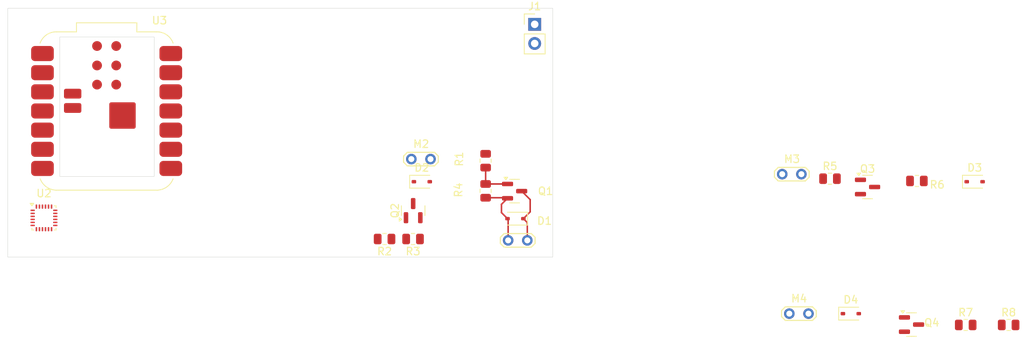
<source format=kicad_pcb>
(kicad_pcb (version 20241229) (generator "pcbnew") (generator_version "9.0")
  (layers (0 "F.Cu" signal) (2 "B.Cu" signal) (13 "F.Paste" user) (15 "B.Paste" user) (5 "F.SilkS" user "F.Silkscreen") (7 "B.SilkS" user "B.Silkscreen") (1 "F.Mask" user) (3 "B.Mask" user) (25 "Edge.Cuts" user))
  (net 0 "")
  (net 1 "GND")
  (net 2 "VCC")
  (net 3 "Net-(Q1-G)")
  (net 5 "Net-(Q2-G)")
  (net 6 "Net-(Q3-G)")
  (net 7 "Net-(Q4-G)")
  (footprint "Diode_SMD:D_SOD-323" (layer "F.Cu") (at 127.15 71.4 180)
    (property "Reference" "D1" (at -3.85 -0.3 0) (layer "F.SilkS"))
    (property "Value" "1N5819WS")
    (fp_line (start -1.61 0.85) (end 1.05 0.85) (stroke (width 0.12)) (layer "F.SilkS"))
    (fp_line (start -1.61 -0.85) (end 1.05 -0.85) (stroke (width 0.12)) (layer "F.SilkS"))
    (fp_line (start -1.61 -0.85) (end -1.61 0.85) (stroke (width 0.12)) (layer "F.SilkS"))
    (pad "1" smd roundrect (at -1.05 0 180) (size 0.6 0.45) (layers "F.Cu" "F.Mask" "F.Paste") (net 2 "VCC"))
    (pad "2" smd roundrect (at 1.05 0 180) (size 0.6 0.45) (layers "F.Cu" "F.Mask" "F.Paste") (net 1 "GND"))
  )
  (footprint "RF_Module:MCU_Seeed_ESP32C3" (layer "F.Cu") (at 73 57.12)
    (property "Reference" "U3" (at 7 -12 0) (layer "F.SilkS"))
    (property "Value" "MOUDLE-SEEEDUINO-XIAO-ESP32C3")
    (fp_line (start -6.7 10.5) (end 6.7 10.5) (stroke (width 0.12)) (layer "F.SilkS"))
    (fp_line (start -4 -11.7) (end 4 -11.7) (stroke (width 0.12)) (layer "F.SilkS"))
    (fp_line (start -4 -10.5) (end -6.6 -10.5) (stroke (width 0.12)) (layer "F.SilkS"))
    (fp_line (start -4 -10.5) (end -4 -11.7) (stroke (width 0.12)) (layer "F.SilkS"))
    (fp_line (start 4 -11.7) (end 4 -10.5) (stroke (width 0.12)) (layer "F.SilkS"))
    (fp_line (start 6.6 -10.5) (end 4 -10.5) (stroke (width 0.12)) (layer "F.SilkS"))
    (fp_arc (start -8.812892 -9.00468) (mid -7.949609 -10.111769) (end -6.600468 -10.499999) (stroke (width 0.12)) (layer "F.SilkS"))
    (fp_arc (start -6.7 10.5) (mid -7.977232 10.068125) (end -8.8 9) (stroke (width 0.12)) (layer "F.SilkS"))
    (fp_arc (start 6.6 -10.499999) (mid 7.944325 -10.107116) (end 8.804034 -9.001464) (stroke (width 0.12)) (layer "F.SilkS"))
    (fp_arc (start 8.8 9) (mid 7.977232 10.068125) (end 6.7 10.5) (stroke (width 0.12)) (layer "F.SilkS"))
    (pad "1" smd roundrect (at -8.5 -7.62) (size 3 2) (layers "F.Cu" "F.Mask" "F.Paste"))
    (pad "2" smd roundrect (at -8.5 -5.08) (size 3 2) (layers "F.Cu" "F.Mask" "F.Paste"))
    (pad "3" smd roundrect (at -8.5 -2.54) (size 3 2) (layers "F.Cu" "F.Mask" "F.Paste"))
    (pad "4" smd roundrect (at -8.5 0) (size 3 2) (layers "F.Cu" "F.Mask" "F.Paste"))
    (pad "5" smd roundrect (at -8.5 2.54) (size 3 2) (layers "F.Cu" "F.Mask" "F.Paste"))
    (pad "6" smd roundrect (at -8.5 5.08) (size 3 2) (layers "F.Cu" "F.Mask" "F.Paste"))
    (pad "7" smd roundrect (at -8.5 7.62) (size 3 2) (layers "F.Cu" "F.Mask" "F.Paste"))
    (pad "8" smd roundrect (at 8.5 7.62) (size 3 2) (layers "F.Cu" "F.Mask" "F.Paste"))
    (pad "9" smd roundrect (at 8.5 5.08) (size 3 2) (layers "F.Cu" "F.Mask" "F.Paste"))
    (pad "10" smd roundrect (at 8.5 2.54) (size 3 2) (layers "F.Cu" "F.Mask" "F.Paste"))
    (pad "11" smd roundrect (at 8.5 0) (size 3 2) (layers "F.Cu" "F.Mask" "F.Paste"))
    (pad "12" smd roundrect (at 8.5 -2.54) (size 3 2) (layers "F.Cu" "F.Mask" "F.Paste"))
    (pad "13" smd roundrect (at 8.5 -5.08) (size 3 2) (layers "F.Cu" "F.Mask" "F.Paste"))
    (pad "14" smd roundrect (at 8.5 -7.62) (size 3 2) (layers "F.Cu" "F.Mask" "F.Paste"))
    (pad "15" smd roundrect (at 2.1 0.6) (size 3.5 3.5) (property pad_prop_heatsink) (layers "F.Cu" "F.Mask") (roundrect_rratio 0.07142857143))
    (pad "16" smd roundrect (at -4.5 -0.4) (size 2.3 1.3) (layers "F.Cu" "F.Mask" "F.Paste") (roundrect_rratio 0.1923076923))
    (pad "17" smd roundrect (at -4.5 -2.3) (size 2.3 1.3) (layers "F.Cu" "F.Mask" "F.Paste") (roundrect_rratio 0.1923076923))
    (pad "18" smd circle (at -1.27 -8.62) (size 1.3 1.3) (layers "F.Cu" "F.Mask" "F.Paste"))
    (pad "19" smd circle (at -1.27 -6.04) (size 1.3 1.3) (layers "F.Cu" "F.Mask" "F.Paste"))
    (pad "20" smd circle (at -1.27 -3.5) (size 1.3 1.3) (layers "F.Cu" "F.Mask" "F.Paste"))
    (pad "21" smd circle (at 1.27 -3.5) (size 1.3 1.3) (layers "F.Cu" "F.Mask" "F.Paste"))
    (pad "22" smd circle (at 1.27 -6.04) (size 1.3 1.3) (layers "F.Cu" "F.Mask" "F.Paste"))
    (pad "23" smd circle (at 1.27 -8.62) (size 1.3 1.3) (layers "F.Cu" "F.Mask" "F.Paste"))
  )
  (footprint "Connector_PinHeader_2.54mm:PinHeader_1x02_P2.54mm_Vertical" (layer "F.Cu") (at 129.7 45.625)
    (property "Reference" "J1" (at 0 -2.38 0) (layer "F.SilkS"))
    (property "Value" "Conn_01x02_Pin")
    (fp_line (start -1.38 -1.38) (end 0 -1.38) (stroke (width 0.12)) (layer "F.SilkS"))
    (fp_line (start -1.38 0) (end -1.38 -1.38) (stroke (width 0.12)) (layer "F.SilkS"))
    (fp_line (start -1.38 1.27) (end -1.38 3.92) (stroke (width 0.12)) (layer "F.SilkS"))
    (fp_line (start -1.38 1.27) (end 1.38 1.27) (stroke (width 0.12)) (layer "F.SilkS"))
    (fp_line (start -1.38 3.92) (end 1.38 3.92) (stroke (width 0.12)) (layer "F.SilkS"))
    (fp_line (start 1.38 1.27) (end 1.38 3.92) (stroke (width 0.12)) (layer "F.SilkS"))
    (pad "1" thru_hole rect (at 0 0) (size 1.7 1.7) (drill 1) (layers "*.Cu" "*.Mask"))
    (pad "2" thru_hole circle (at 0 2.54) (size 1.7 1.7) (drill 1) (layers "*.Cu" "*.Mask"))
  )
  (footprint "Resistor_SMD:R_0805_2012Metric" (layer "F.Cu") (at 180.325 66.4)
    (property "Reference" "R6" (at 2.6875 0.5 0) (layer "F.SilkS"))
    (property "Value" "100K")
    (fp_line (start -0.227064 -0.735) (end 0.227064 -0.735) (stroke (width 0.12)) (layer "F.SilkS"))
    (fp_line (start -0.227064 0.735) (end 0.227064 0.735) (stroke (width 0.12)) (layer "F.SilkS"))
    (pad "1" smd roundrect (at -0.9125 0) (size 1.025 1.4) (layers "F.Cu" "F.Mask" "F.Paste") (roundrect_rratio 0.243902) (net 1 "GND"))
    (pad "2" smd roundrect (at 0.9125 0) (size 1.025 1.4) (layers "F.Cu" "F.Mask" "F.Paste") (roundrect_rratio 0.243902) (net 6 "Net-(Q3-G)"))
  )
  (footprint "Package_TO_SOT_SMD:SOT-23" (layer "F.Cu") (at 179.6125 85.45)
    (property "Reference" "Q4" (at 2.6875 -0.25 0) (layer "F.SilkS"))
    (property "Value" "AO3400A")
    (fp_line (start 0 -1.56) (end -0.65 -1.56) (stroke (width 0.12)) (layer "F.SilkS"))
    (fp_line (start 0 -1.56) (end 0.65 -1.56) (stroke (width 0.12)) (layer "F.SilkS"))
    (fp_line (start 0 1.56) (end -0.65 1.56) (stroke (width 0.12)) (layer "F.SilkS"))
    (fp_line (start 0 1.56) (end 0.65 1.56) (stroke (width 0.12)) (layer "F.SilkS"))
    (fp_poly (pts (xy -1.1625 -1.51) (xy -1.4025 -1.84) (xy -0.9225 -1.84)) (stroke (width 0.12)) (fill yes) (layer "F.SilkS"))
    (pad "1" smd roundrect (at -0.9375 -0.95) (size 1.475 0.6) (layers "F.Cu" "F.Mask" "F.Paste") (net 7 "Net-(Q4-G)"))
    (pad "2" smd roundrect (at -0.9375 0.95) (size 1.475 0.6) (layers "F.Cu" "F.Mask" "F.Paste") (net 1 "GND"))
    (pad "3" smd roundrect (at 0.9375 0) (size 1.475 0.6) (layers "F.Cu" "F.Mask" "F.Paste") (net 2 "VCC"))
  )
  (footprint "Resistor_SMD:R_0805_2012Metric" (layer "F.Cu") (at 168.8125 66.1)
    (property "Reference" "R5" (at 0 -1.65 0) (layer "F.SilkS"))
    (property "Value" "47")
    (fp_line (start -0.227064 -0.735) (end 0.227064 -0.735) (stroke (width 0.12)) (layer "F.SilkS"))
    (fp_line (start -0.227064 0.735) (end 0.227064 0.735) (stroke (width 0.12)) (layer "F.SilkS"))
    (pad "1" smd roundrect (at -0.9125 0) (size 1.025 1.4) (layers "F.Cu" "F.Mask" "F.Paste") (roundrect_rratio 0.243902) (net 6 "Net-(Q3-G)"))
    (pad "2" smd roundrect (at 0.9125 0) (size 1.025 1.4) (layers "F.Cu" "F.Mask" "F.Paste") (roundrect_rratio 0.243902))
  )
  (footprint "TestPoint:TestPoint_2Pads_Pitch2.54mm_Drill0.8mm" (layer "F.Cu") (at 163.425 84)
    (property "Reference" "M4" (at 1.3 -2 0) (layer "F.SilkS"))
    (property "Value" "Motor_DC")
    (fp_line (start -1.03 -0.4) (end -0.53 -0.9) (stroke (width 0.15)) (layer "F.SilkS"))
    (fp_line (start -1.03 0.4) (end -1.03 -0.4) (stroke (width 0.15)) (layer "F.SilkS"))
    (fp_line (start -0.53 -0.9) (end 3.07 -0.9) (stroke (width 0.15)) (layer "F.SilkS"))
    (fp_line (start -0.53 0.9) (end -1.03 0.4) (stroke (width 0.15)) (layer "F.SilkS"))
    (fp_line (start 3.07 -0.9) (end 3.57 -0.4) (stroke (width 0.15)) (layer "F.SilkS"))
    (fp_line (start 3.07 0.9) (end -0.53 0.9) (stroke (width 0.15)) (layer "F.SilkS"))
    (fp_line (start 3.57 -0.4) (end 3.57 0.4) (stroke (width 0.15)) (layer "F.SilkS"))
    (fp_line (start 3.57 0.4) (end 3.07 0.9) (stroke (width 0.15)) (layer "F.SilkS"))
    (pad "1" thru_hole circle (at 0 0) (size 1.4 1.4) (drill 0.8) (layers "*.Cu" "*.Mask") (net 2 "VCC"))
    (pad "2" thru_hole circle (at 2.54 0) (size 1.4 1.4) (drill 0.8) (layers "*.Cu" "*.Mask") (net 1 "GND"))
  )
  (footprint "TestPoint:TestPoint_2Pads_Pitch2.54mm_Drill0.8mm" (layer "F.Cu") (at 162.485 65.5)
    (property "Reference" "M3" (at 1.3 -2 0) (layer "F.SilkS"))
    (property "Value" "Motor_DC")
    (fp_line (start -1.03 -0.4) (end -0.53 -0.9) (stroke (width 0.15)) (layer "F.SilkS"))
    (fp_line (start -1.03 0.4) (end -1.03 -0.4) (stroke (width 0.15)) (layer "F.SilkS"))
    (fp_line (start -0.53 -0.9) (end 3.07 -0.9) (stroke (width 0.15)) (layer "F.SilkS"))
    (fp_line (start -0.53 0.9) (end -1.03 0.4) (stroke (width 0.15)) (layer "F.SilkS"))
    (fp_line (start 3.07 -0.9) (end 3.57 -0.4) (stroke (width 0.15)) (layer "F.SilkS"))
    (fp_line (start 3.07 0.9) (end -0.53 0.9) (stroke (width 0.15)) (layer "F.SilkS"))
    (fp_line (start 3.57 -0.4) (end 3.57 0.4) (stroke (width 0.15)) (layer "F.SilkS"))
    (fp_line (start 3.57 0.4) (end 3.07 0.9) (stroke (width 0.15)) (layer "F.SilkS"))
    (pad "1" thru_hole circle (at 0 0) (size 1.4 1.4) (drill 0.8) (layers "*.Cu" "*.Mask") (net 2 "VCC"))
    (pad "2" thru_hole circle (at 2.54 0) (size 1.4 1.4) (drill 0.8) (layers "*.Cu" "*.Mask") (net 1 "GND"))
  )
  (footprint "Package_TO_SOT_SMD:SOT-23" (layer "F.Cu") (at 127.0375 67.75)
    (property "Reference" "Q1" (at 4.1 0 0) (layer "F.SilkS"))
    (property "Value" "AO3400A")
    (fp_line (start 0 -1.56) (end -0.65 -1.56) (stroke (width 0.12)) (layer "F.SilkS"))
    (fp_line (start 0 -1.56) (end 0.65 -1.56) (stroke (width 0.12)) (layer "F.SilkS"))
    (fp_line (start 0 1.56) (end -0.65 1.56) (stroke (width 0.12)) (layer "F.SilkS"))
    (fp_line (start 0 1.56) (end 0.65 1.56) (stroke (width 0.12)) (layer "F.SilkS"))
    (fp_poly (pts (xy -1.1625 -1.51) (xy -1.4025 -1.84) (xy -0.9225 -1.84)) (stroke (width 0.12)) (fill yes) (layer "F.SilkS"))
    (pad "1" smd roundrect (at -0.9375 -0.95) (size 1.475 0.6) (layers "F.Cu" "F.Mask" "F.Paste") (net 3 "Net-(Q1-G)"))
    (pad "2" smd roundrect (at -0.9375 0.95) (size 1.475 0.6) (layers "F.Cu" "F.Mask" "F.Paste") (net 1 "GND"))
    (pad "3" smd roundrect (at 0.9375 0) (size 1.475 0.6) (layers "F.Cu" "F.Mask" "F.Paste") (net 2 "VCC"))
  )
  (footprint "Resistor_SMD:R_0805_2012Metric" (layer "F.Cu") (at 123.2 67.7125 90)
    (property "Reference" "R4" (at 0.1125 -3.6 90) (layer "F.SilkS"))
    (property "Value" "100K")
    (fp_line (start -0.227064 -0.735) (end 0.227064 -0.735) (stroke (width 0.12)) (layer "F.SilkS"))
    (fp_line (start -0.227064 0.735) (end 0.227064 0.735) (stroke (width 0.12)) (layer "F.SilkS"))
    (pad "1" smd roundrect (at -0.9125 0 90) (size 1.025 1.4) (layers "F.Cu" "F.Mask" "F.Paste") (roundrect_rratio 0.243902) (net 1 "GND"))
    (pad "2" smd roundrect (at 0.9125 0 90) (size 1.025 1.4) (layers "F.Cu" "F.Mask" "F.Paste") (roundrect_rratio 0.243902) (net 3 "Net-(Q1-G)"))
  )
  (footprint "TestPoint:TestPoint_2Pads_Pitch2.54mm_Drill0.8mm" (layer "F.Cu") (at 113.36 63.5)
    (property "Reference" "M2" (at 1.3 -2 0) (layer "F.SilkS"))
    (property "Value" "Motor_DC")
    (fp_line (start -1.03 -0.4) (end -0.53 -0.9) (stroke (width 0.15)) (layer "F.SilkS"))
    (fp_line (start -1.03 0.4) (end -1.03 -0.4) (stroke (width 0.15)) (layer "F.SilkS"))
    (fp_line (start -0.53 -0.9) (end 3.07 -0.9) (stroke (width 0.15)) (layer "F.SilkS"))
    (fp_line (start -0.53 0.9) (end -1.03 0.4) (stroke (width 0.15)) (layer "F.SilkS"))
    (fp_line (start 3.07 -0.9) (end 3.57 -0.4) (stroke (width 0.15)) (layer "F.SilkS"))
    (fp_line (start 3.07 0.9) (end -0.53 0.9) (stroke (width 0.15)) (layer "F.SilkS"))
    (fp_line (start 3.57 -0.4) (end 3.57 0.4) (stroke (width 0.15)) (layer "F.SilkS"))
    (fp_line (start 3.57 0.4) (end 3.07 0.9) (stroke (width 0.15)) (layer "F.SilkS"))
    (pad "1" thru_hole circle (at 0 0) (size 1.4 1.4) (drill 0.8) (layers "*.Cu" "*.Mask") (net 2 "VCC"))
    (pad "2" thru_hole circle (at 2.54 0) (size 1.4 1.4) (drill 0.8) (layers "*.Cu" "*.Mask") (net 1 "GND"))
  )
  (footprint "Sensor_Motion:InvenSense_QFN-24_3x3mm_P0.4mm" (layer "F.Cu") (at 64.7 71.3)
    (property "Reference" "U2" (at 0 -3.25 0) (layer "F.SilkS"))
    (property "Value" "MPU-9250")
    (fp_line (start -1.6 1.6) (end -1.6 1.35) (stroke (width 0.12)) (layer "F.SilkS"))
    (fp_line (start -1.6 1.6) (end -1.35 1.6) (stroke (width 0.12)) (layer "F.SilkS"))
    (fp_line (start 1.6 -1.6) (end 1.35 -1.6) (stroke (width 0.12)) (layer "F.SilkS"))
    (fp_line (start 1.6 -1.6) (end 1.6 -1.35) (stroke (width 0.12)) (layer "F.SilkS"))
    (fp_line (start 1.6 1.6) (end 1.35 1.6) (stroke (width 0.12)) (layer "F.SilkS"))
    (fp_line (start 1.6 1.6) (end 1.6 1.35) (stroke (width 0.12)) (layer "F.SilkS"))
    (fp_poly (pts (xy -1.6 -1.6) (xy -1.84 -1.93) (xy -1.36 -1.93) (xy -1.6 -1.6)) (stroke (width 0.12)) (fill yes) (layer "F.SilkS"))
    (pad "1" smd roundrect (at -1.5 -1) (size 0.55 0.2) (layers "F.Cu" "F.Mask" "F.Paste"))
    (pad "2" smd roundrect (at -1.5 -0.6) (size 0.55 0.2) (layers "F.Cu" "F.Mask" "F.Paste"))
    (pad "3" smd roundrect (at -1.5 -0.2) (size 0.55 0.2) (layers "F.Cu" "F.Mask" "F.Paste"))
    (pad "4" smd roundrect (at -1.5 0.2) (size 0.55 0.2) (layers "F.Cu" "F.Mask" "F.Paste"))
    (pad "5" smd roundrect (at -1.5 0.6) (size 0.55 0.2) (layers "F.Cu" "F.Mask" "F.Paste"))
    (pad "6" smd roundrect (at -1.5 1) (size 0.55 0.2) (layers "F.Cu" "F.Mask" "F.Paste"))
    (pad "7" smd roundrect (at -1 1.5 90) (size 0.55 0.2) (layers "F.Cu" "F.Mask" "F.Paste"))
    (pad "8" smd roundrect (at -0.6 1.5 90) (size 0.55 0.2) (layers "F.Cu" "F.Mask" "F.Paste"))
    (pad "9" smd roundrect (at -0.2 1.5 90) (size 0.55 0.2) (layers "F.Cu" "F.Mask" "F.Paste"))
    (pad "10" smd roundrect (at 0.2 1.5 90) (size 0.55 0.2) (layers "F.Cu" "F.Mask" "F.Paste"))
    (pad "11" smd roundrect (at 0.6 1.5 90) (size 0.55 0.2) (layers "F.Cu" "F.Mask" "F.Paste"))
    (pad "12" smd roundrect (at 1 1.5 90) (size 0.55 0.2) (layers "F.Cu" "F.Mask" "F.Paste"))
    (pad "13" smd roundrect (at 1.5 1) (size 0.55 0.2) (layers "F.Cu" "F.Mask" "F.Paste"))
    (pad "14" smd roundrect (at 1.5 0.6) (size 0.55 0.2) (layers "F.Cu" "F.Mask" "F.Paste"))
    (pad "15" smd roundrect (at 1.5 0.2) (size 0.55 0.2) (layers "F.Cu" "F.Mask" "F.Paste"))
    (pad "16" smd roundrect (at 1.5 -0.2) (size 0.55 0.2) (layers "F.Cu" "F.Mask" "F.Paste"))
    (pad "17" smd roundrect (at 1.5 -0.6) (size 0.55 0.2) (layers "F.Cu" "F.Mask" "F.Paste"))
    (pad "18" smd roundrect (at 1.5 -1) (size 0.55 0.2) (layers "F.Cu" "F.Mask" "F.Paste"))
    (pad "19" smd roundrect (at 1 -1.5 90) (size 0.55 0.2) (layers "F.Cu" "F.Mask" "F.Paste"))
    (pad "20" smd roundrect (at 0.6 -1.5 90) (size 0.55 0.2) (layers "F.Cu" "F.Mask" "F.Paste"))
    (pad "21" smd roundrect (at 0.2 -1.5 90) (size 0.55 0.2) (layers "F.Cu" "F.Mask" "F.Paste"))
    (pad "22" smd roundrect (at -0.2 -1.5 90) (size 0.55 0.2) (layers "F.Cu" "F.Mask" "F.Paste"))
    (pad "23" smd roundrect (at -0.6 -1.5 90) (size 0.55 0.2) (layers "F.Cu" "F.Mask" "F.Paste"))
    (pad "24" smd roundrect (at -1 -1.5 90) (size 0.55 0.2) (layers "F.Cu" "F.Mask" "F.Paste"))
  )
  (footprint "Diode_SMD:D_SOD-323" (layer "F.Cu") (at 114.75 66.5)
    (property "Reference" "D2" (at 0 -1.85 0) (layer "F.SilkS"))
    (property "Value" "1N5819WS")
    (fp_line (start -1.61 -0.85) (end -1.61 0.85) (stroke (width 0.12)) (layer "F.SilkS"))
    (fp_line (start -1.61 -0.85) (end 1.05 -0.85) (stroke (width 0.12)) (layer "F.SilkS"))
    (fp_line (start -1.61 0.85) (end 1.05 0.85) (stroke (width 0.12)) (layer "F.SilkS"))
    (pad "1" smd roundrect (at -1.05 0) (size 0.6 0.45) (layers "F.Cu" "F.Mask" "F.Paste") (net 2 "VCC"))
    (pad "2" smd roundrect (at 1.05 0) (size 0.6 0.45) (layers "F.Cu" "F.Mask" "F.Paste") (net 1 "GND"))
  )
  (footprint "Package_TO_SOT_SMD:SOT-23" (layer "F.Cu") (at 173.7875 67.2)
    (property "Reference" "Q3" (at 0 -2.4 0) (layer "F.SilkS"))
    (property "Value" "AO3400A")
    (fp_line (start 0 -1.56) (end -0.65 -1.56) (stroke (width 0.12)) (layer "F.SilkS"))
    (fp_line (start 0 -1.56) (end 0.65 -1.56) (stroke (width 0.12)) (layer "F.SilkS"))
    (fp_line (start 0 1.56) (end -0.65 1.56) (stroke (width 0.12)) (layer "F.SilkS"))
    (fp_line (start 0 1.56) (end 0.65 1.56) (stroke (width 0.12)) (layer "F.SilkS"))
    (fp_poly (pts (xy -1.1625 -1.51) (xy -1.4025 -1.84) (xy -0.9225 -1.84)) (stroke (width 0.12)) (fill yes) (layer "F.SilkS"))
    (pad "1" smd roundrect (at -0.9375 -0.95) (size 1.475 0.6) (layers "F.Cu" "F.Mask" "F.Paste") (net 6 "Net-(Q3-G)"))
    (pad "2" smd roundrect (at -0.9375 0.95) (size 1.475 0.6) (layers "F.Cu" "F.Mask" "F.Paste") (net 1 "GND"))
    (pad "3" smd roundrect (at 0.9375 0) (size 1.475 0.6) (layers "F.Cu" "F.Mask" "F.Paste") (net 2 "VCC"))
  )
  (footprint "Resistor_SMD:R_0805_2012Metric" (layer "F.Cu") (at 113.5875 74.1 180)
    (property "Reference" "R3" (at 0 -1.65 0) (layer "F.SilkS"))
    (property "Value" "100K")
    (fp_line (start -0.227064 0.735) (end 0.227064 0.735) (stroke (width 0.12)) (layer "F.SilkS"))
    (fp_line (start -0.227064 -0.735) (end 0.227064 -0.735) (stroke (width 0.12)) (layer "F.SilkS"))
    (pad "1" smd roundrect (at -0.9125 0 180) (size 1.025 1.4) (layers "F.Cu" "F.Mask" "F.Paste") (roundrect_rratio 0.243902) (net 1 "GND"))
    (pad "2" smd roundrect (at 0.9125 0 180) (size 1.025 1.4) (layers "F.Cu" "F.Mask" "F.Paste") (roundrect_rratio 0.243902) (net 5 "Net-(Q2-G)"))
  )
  (footprint "Diode_SMD:D_SOD-323" (layer "F.Cu") (at 171.575 84)
    (property "Reference" "D4" (at 0 -1.85 0) (layer "F.SilkS"))
    (property "Value" "1N5819WS")
    (fp_line (start -1.61 -0.85) (end -1.61 0.85) (stroke (width 0.12)) (layer "F.SilkS"))
    (fp_line (start -1.61 -0.85) (end 1.05 -0.85) (stroke (width 0.12)) (layer "F.SilkS"))
    (fp_line (start -1.61 0.85) (end 1.05 0.85) (stroke (width 0.12)) (layer "F.SilkS"))
    (pad "1" smd roundrect (at -1.05 0) (size 0.6 0.45) (layers "F.Cu" "F.Mask" "F.Paste") (net 2 "VCC"))
    (pad "2" smd roundrect (at 1.05 0) (size 0.6 0.45) (layers "F.Cu" "F.Mask" "F.Paste") (net 1 "GND"))
  )
  (footprint "TestPoint:TestPoint_2Pads_Pitch2.54mm_Drill0.8mm" (layer "F.Cu") (at 128.72075 74.28075 180)
    (property "Reference" "M1" (hide yes))
    (property "Value" "Motor_DC")
    (fp_line (start 3.57 0.4) (end 3.07 0.9) (stroke (width 0.15)) (layer "F.SilkS"))
    (fp_line (start 3.57 -0.4) (end 3.57 0.4) (stroke (width 0.15)) (layer "F.SilkS"))
    (fp_line (start 3.07 0.9) (end -0.53 0.9) (stroke (width 0.15)) (layer "F.SilkS"))
    (fp_line (start 3.07 -0.9) (end 3.57 -0.4) (stroke (width 0.15)) (layer "F.SilkS"))
    (fp_line (start -0.53 0.9) (end -1.03 0.4) (stroke (width 0.15)) (layer "F.SilkS"))
    (fp_line (start -0.53 -0.9) (end 3.07 -0.9) (stroke (width 0.15)) (layer "F.SilkS"))
    (fp_line (start -1.03 0.4) (end -1.03 -0.4) (stroke (width 0.15)) (layer "F.SilkS"))
    (fp_line (start -1.03 -0.4) (end -0.53 -0.9) (stroke (width 0.15)) (layer "F.SilkS"))
    (pad "1" thru_hole circle (at 0 0 180) (size 1.4 1.4) (drill 0.8) (layers "*.Cu" "*.Mask") (net 2 "VCC"))
    (pad "2" thru_hole circle (at 2.54 0 180) (size 1.4 1.4) (drill 0.8) (layers "*.Cu" "*.Mask") (net 1 "GND"))
  )
  (footprint "Diode_SMD:D_SOD-323" (layer "F.Cu") (at 187.975 66.5)
    (property "Reference" "D3" (at 0 -1.85 0) (layer "F.SilkS"))
    (property "Value" "1N5819WS")
    (fp_line (start -1.61 -0.85) (end -1.61 0.85) (stroke (width 0.12)) (layer "F.SilkS"))
    (fp_line (start -1.61 -0.85) (end 1.05 -0.85) (stroke (width 0.12)) (layer "F.SilkS"))
    (fp_line (start -1.61 0.85) (end 1.05 0.85) (stroke (width 0.12)) (layer "F.SilkS"))
    (pad "1" smd roundrect (at -1.05 0) (size 0.6 0.45) (layers "F.Cu" "F.Mask" "F.Paste") (net 2 "VCC"))
    (pad "2" smd roundrect (at 1.05 0) (size 0.6 0.45) (layers "F.Cu" "F.Mask" "F.Paste") (net 1 "GND"))
  )
  (footprint "Resistor_SMD:R_0805_2012Metric" (layer "F.Cu") (at 192.475 85.5)
    (property "Reference" "R8" (at 0 -1.65 0) (layer "F.SilkS"))
    (property "Value" "100K")
    (fp_line (start -0.227064 -0.735) (end 0.227064 -0.735) (stroke (width 0.12)) (layer "F.SilkS"))
    (fp_line (start -0.227064 0.735) (end 0.227064 0.735) (stroke (width 0.12)) (layer "F.SilkS"))
    (pad "1" smd roundrect (at -0.9125 0) (size 1.025 1.4) (layers "F.Cu" "F.Mask" "F.Paste") (roundrect_rratio 0.243902) (net 1 "GND"))
    (pad "2" smd roundrect (at 0.9125 0) (size 1.025 1.4) (layers "F.Cu" "F.Mask" "F.Paste") (roundrect_rratio 0.243902) (net 7 "Net-(Q4-G)"))
  )
  (footprint "Resistor_SMD:R_0805_2012Metric" (layer "F.Cu") (at 123.2 63.7125 90)
    (property "Reference" "R1" (at 0.2125 -3.5 90) (layer "F.SilkS"))
    (property "Value" "47")
    (fp_line (start -0.227064 -0.735) (end 0.227064 -0.735) (stroke (width 0.12)) (layer "F.SilkS"))
    (fp_line (start -0.227064 0.735) (end 0.227064 0.735) (stroke (width 0.12)) (layer "F.SilkS"))
    (pad "1" smd roundrect (at -0.9125 0 90) (size 1.025 1.4) (layers "F.Cu" "F.Mask" "F.Paste") (roundrect_rratio 0.243902) (net 3 "Net-(Q1-G)"))
    (pad "2" smd roundrect (at 0.9125 0 90) (size 1.025 1.4) (layers "F.Cu" "F.Mask" "F.Paste") (roundrect_rratio 0.243902))
  )
  (footprint "Resistor_SMD:R_0805_2012Metric" (layer "F.Cu") (at 109.8125 74.1 180)
    (property "Reference" "R2" (at 0 -1.65 0) (layer "F.SilkS"))
    (property "Value" "47")
    (fp_line (start -0.227064 0.735) (end 0.227064 0.735) (stroke (width 0.12)) (layer "F.SilkS"))
    (fp_line (start -0.227064 -0.735) (end 0.227064 -0.735) (stroke (width 0.12)) (layer "F.SilkS"))
    (pad "1" smd roundrect (at -0.9125 0 180) (size 1.025 1.4) (layers "F.Cu" "F.Mask" "F.Paste") (roundrect_rratio 0.243902) (net 5 "Net-(Q2-G)"))
    (pad "2" smd roundrect (at 0.9125 0 180) (size 1.025 1.4) (layers "F.Cu" "F.Mask" "F.Paste") (roundrect_rratio 0.243902))
  )
  (footprint "Resistor_SMD:R_0805_2012Metric" (layer "F.Cu") (at 186.7875 85.5)
    (property "Reference" "R7" (at 0 -1.65 0) (layer "F.SilkS"))
    (property "Value" "47")
    (fp_line (start -0.227064 -0.735) (end 0.227064 -0.735) (stroke (width 0.12)) (layer "F.SilkS"))
    (fp_line (start -0.227064 0.735) (end 0.227064 0.735) (stroke (width 0.12)) (layer "F.SilkS"))
    (pad "1" smd roundrect (at -0.9125 0) (size 1.025 1.4) (layers "F.Cu" "F.Mask" "F.Paste") (roundrect_rratio 0.243902) (net 7 "Net-(Q4-G)"))
    (pad "2" smd roundrect (at 0.9125 0) (size 1.025 1.4) (layers "F.Cu" "F.Mask" "F.Paste") (roundrect_rratio 0.243902))
  )
  (footprint "Package_TO_SOT_SMD:SOT-23" (layer "F.Cu") (at 113.6 70.3375 90)
    (property "Reference" "Q2" (at 0 -2.4 90) (layer "F.SilkS"))
    (property "Value" "AO3400A")
    (fp_line (start 0 -1.56) (end 0.65 -1.56) (stroke (width 0.12)) (layer "F.SilkS"))
    (fp_line (start 0 -1.56) (end -0.65 -1.56) (stroke (width 0.12)) (layer "F.SilkS"))
    (fp_line (start 0 1.56) (end 0.65 1.56) (stroke (width 0.12)) (layer "F.SilkS"))
    (fp_line (start 0 1.56) (end -0.65 1.56) (stroke (width 0.12)) (layer "F.SilkS"))
    (fp_poly (pts (xy -1.1625 -1.51) (xy -1.4025 -1.84) (xy -0.9225 -1.84)) (stroke (width 0.12)) (fill yes) (layer "F.SilkS"))
    (pad "1" smd roundrect (at -0.9375 -0.95 90) (size 1.475 0.6) (layers "F.Cu" "F.Mask" "F.Paste") (net 5 "Net-(Q2-G)"))
    (pad "2" smd roundrect (at -0.9375 0.95 90) (size 1.475 0.6) (layers "F.Cu" "F.Mask" "F.Paste") (net 1 "GND"))
    (pad "3" smd roundrect (at 0.9375 0 90) (size 1.475 0.6) (layers "F.Cu" "F.Mask" "F.Paste") (net 2 "VCC"))
  )
  (gr_rect (start 59.9 43.5) (end 132.1 76.5) (stroke (width 0.05)) (fill no) (layer "Edge.Cuts"))
  (gr_rect (start 66.8 47.3) (end 79.3 65.8) (stroke (width 0.05)) (fill no) (layer "Edge.Cuts"))
  (segment (start 126.025 68.625) (end 126.1 68.7) (width 0.2) (layer "F.Cu") (net 1))
  (segment (start 125.3 69.5) (end 126.1 68.7) (width 0.2) (layer "F.Cu") (net 1))
  (segment (start 114.5 71.325) (end 114.55 71.275) (width 0.2) (layer "F.Cu") (net 1))
  (segment (start 115.8 66.5) (end 115.9 66.4) (width 0.2) (layer "F.Cu") (net 1))
  (segment (start 123.2 68.625) (end 126.025 68.625) (width 0.2) (layer "F.Cu") (net 1))
  (segment (start 125.3 70.6) (end 125.3 69.5) (width 0.2) (layer "F.Cu") (net 1))
  (segment (start 126.1 71.4) (end 125.3 70.6) (width 0.2) (layer "F.Cu") (net 1))
  (segment (start 126.18075 71.48075) (end 126.1 71.4) (width 0.2) (layer "F.Cu") (net 1))
  (segment (start 126.18075 74.28075) (end 126.18075 71.48075) (width 0.2) (layer "F.Cu") (net 1))
  (segment (start 129.1 68.875) (end 129.1 70.5) (width 0.2) (layer "F.Cu") (net 2))
  (segment (start 113.6 66.6) (end 113.7 66.5) (width 0.2) (layer "F.Cu") (net 2))
  (segment (start 129.1 70.5) (end 128.2 71.4) (width 0.2) (layer "F.Cu") (net 2))
  (segment (start 113.7 63.84) (end 113.36 63.5) (width 0.2) (layer "F.Cu") (net 2))
  (segment (start 128.72075 71.92075) (end 128.2 71.4) (width 0.2) (layer "F.Cu") (net 2))
  (segment (start 127.975 67.75) (end 129.1 68.875) (width 0.2) (layer "F.Cu") (net 2))
  (segment (start 128.72075 74.28075) (end 128.72075 71.92075) (width 0.2) (layer "F.Cu") (net 2))
  (segment (start 123.2 66.8) (end 123.2 64.625) (width 0.2) (layer "F.Cu") (net 3))
  (segment (start 123.2 66.8) (end 126.1 66.8) (width 0.2) (layer "F.Cu") (net 3))
  (segment (start 112.675 71.3) (end 112.65 71.275) (width 0.2) (layer "F.Cu") (net 5))
)
</source>
